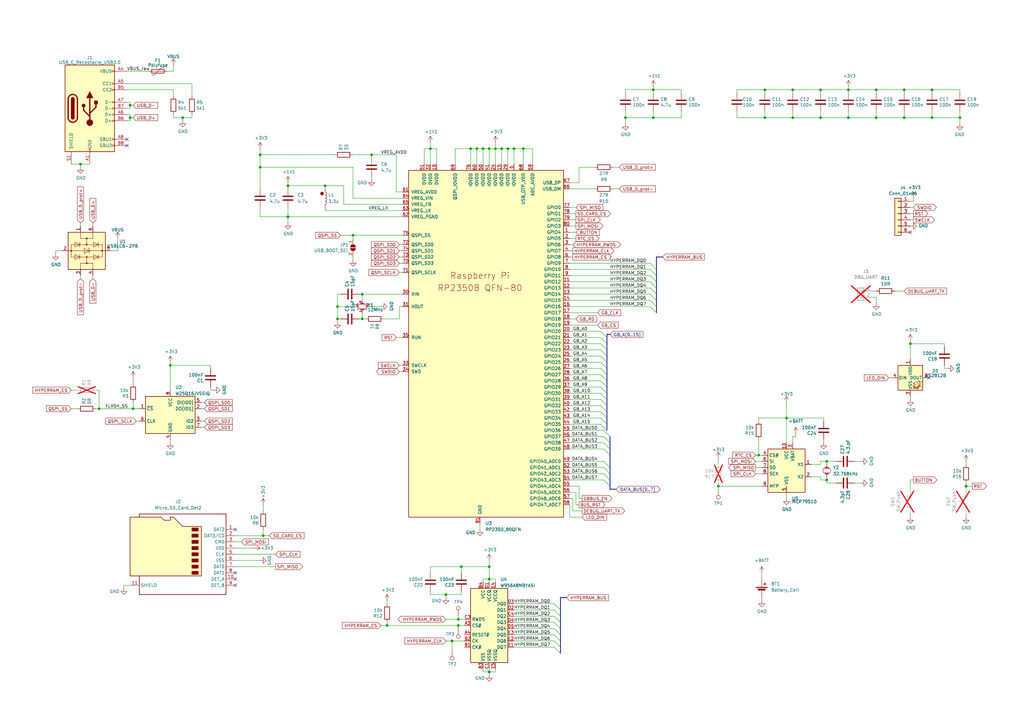
<source format=kicad_sch>
(kicad_sch (version 20250114) (generator "eeschema") (generator_version "9.0")
  (paper "A3")
  (circle (center 132.08 79.375) (radius 0.635) (stroke (width 0) (color 132 0 0 1)) (fill (type color) (color 132 0 0 1)))
  (junction (at 40.64 167.64))
  (junction (at 138.43 130.81))
  (junction (at 148.59 120.65))
  (junction (at 208.28 60.96))
  (junction (at 267.97 48.26))
  (junction (at 152.4 63.5))
  (junction (at 182.88 243.84))
  (junction (at 198.12 60.96))
  (junction (at 133.35 76.2))
  (junction (at 370.84 36.83))
  (junction (at 33.02 67.31))
  (junction (at 69.85 149.86))
  (junction (at 185.42 262.89))
  (junction (at 193.04 60.96))
  (junction (at 118.11 88.9))
  (junction (at 322.58 171.45))
  (junction (at 106.68 63.5))
  (junction (at 311.15 186.69))
  (junction (at 106.68 68.58))
  (junction (at 205.74 60.96))
  (junction (at 214.63 60.96))
  (junction (at 148.59 130.81))
  (junction (at 118.11 76.2))
  (junction (at 347.98 36.83))
  (junction (at 313.69 36.83))
  (junction (at 339.09 189.23))
  (junction (at 313.69 48.26))
  (junction (at 200.66 275.59))
  (junction (at 195.58 60.96))
  (junction (at 339.09 196.85))
  (junction (at 187.96 254))
  (junction (at 203.2 60.96))
  (junction (at 54.61 167.64))
  (junction (at 294.64 199.39))
  (junction (at 382.27 36.83))
  (junction (at 144.78 96.52))
  (junction (at 53.34 43.18))
  (junction (at 267.97 36.83))
  (junction (at 373.38 140.97))
  (junction (at 336.55 36.83))
  (junction (at 325.12 48.26))
  (junction (at 53.34 48.26))
  (junction (at 210.82 60.96))
  (junction (at 138.43 125.73))
  (junction (at 396.24 199.39))
  (junction (at 359.41 48.26))
  (junction (at 74.93 48.26))
  (junction (at 107.95 219.71))
  (junction (at 370.84 48.26))
  (junction (at 325.12 36.83))
  (junction (at 359.41 36.83))
  (junction (at 393.7 48.26))
  (junction (at 200.66 60.96))
  (junction (at 189.23 232.41))
  (junction (at 256.54 48.26))
  (junction (at 158.75 256.54))
  (junction (at 187.96 256.54))
  (junction (at 382.27 48.26))
  (junction (at 200.66 232.41))
  (junction (at 347.98 48.26))
  (junction (at 336.55 48.26))
  (junction (at 200.66 237.49))
  (junction (at 176.53 60.96))
  (no_connect (at 52.07 57.15))
  (no_connect (at 373.38 95.25))
  (no_connect (at 96.52 240.03))
  (no_connect (at 381 154.94))
  (no_connect (at 96.52 217.17))
  (no_connect (at 96.52 237.49))
  (no_connect (at 96.52 234.95))
  (no_connect (at 52.07 59.69))
  (bus_entry (at 246.38 146.05) (size 2.54 2.54))
  (bus_entry (at 247.65 184.15) (size 2.54 2.54))
  (bus_entry (at 266.7 120.65) (size 2.54 2.54))
  (bus_entry (at 227.33 250.19) (size 2.54 2.54))
  (bus_entry (at 227.33 255.27) (size 2.54 2.54))
  (bus_entry (at 247.65 194.31) (size 2.54 2.54))
  (bus_entry (at 246.38 158.75) (size 2.54 2.54))
  (bus_entry (at 246.38 140.97) (size 2.54 2.54))
  (bus_entry (at 247.65 179.07) (size 2.54 2.54))
  (bus_entry (at 266.7 115.57) (size 2.54 2.54))
  (bus_entry (at 246.38 173.99) (size 2.54 2.54))
  (bus_entry (at 227.33 252.73) (size 2.54 2.54))
  (bus_entry (at 266.7 125.73) (size 2.54 2.54))
  (bus_entry (at 266.7 107.95) (size 2.54 2.54))
  (bus_entry (at 246.38 135.89) (size 2.54 2.54))
  (bus_entry (at 227.33 257.81) (size 2.54 2.54))
  (bus_entry (at 246.38 156.21) (size 2.54 2.54))
  (bus_entry (at 246.38 171.45) (size 2.54 2.54))
  (bus_entry (at 246.38 153.67) (size 2.54 2.54))
  (bus_entry (at 246.38 163.83) (size 2.54 2.54))
  (bus_entry (at 266.7 110.49) (size 2.54 2.54))
  (bus_entry (at 246.38 148.59) (size 2.54 2.54))
  (bus_entry (at 246.38 168.91) (size 2.54 2.54))
  (bus_entry (at 247.65 189.23) (size 2.54 2.54))
  (bus_entry (at 266.7 118.11) (size 2.54 2.54))
  (bus_entry (at 247.65 191.77) (size 2.54 2.54))
  (bus_entry (at 246.38 161.29) (size 2.54 2.54))
  (bus_entry (at 227.33 265.43) (size 2.54 2.54))
  (bus_entry (at 246.38 143.51) (size 2.54 2.54))
  (bus_entry (at 246.38 138.43) (size 2.54 2.54))
  (bus_entry (at 266.7 113.03) (size 2.54 2.54))
  (bus_entry (at 227.33 262.89) (size 2.54 2.54))
  (bus_entry (at 246.38 151.13) (size 2.54 2.54))
  (bus_entry (at 247.65 176.53) (size 2.54 2.54))
  (bus_entry (at 227.33 247.65) (size 2.54 2.54))
  (bus_entry (at 247.65 181.61) (size 2.54 2.54))
  (bus_entry (at 246.38 166.37) (size 2.54 2.54))
  (bus_entry (at 247.65 196.85) (size 2.54 2.54))
  (bus_entry (at 266.7 123.19) (size 2.54 2.54))
  (bus_entry (at 227.33 260.35) (size 2.54 2.54))
  (wire (pts (xy 163.83 107.95) (xy 165.1 107.95)))
  (wire (pts (xy 69.85 149.86) (xy 69.85 160.02)))
  (wire (pts (xy 203.2 60.96) (xy 203.2 67.31)))
  (wire (pts (xy 312.42 234.95) (xy 312.42 237.49)))
  (wire (pts (xy 373.38 140.97) (xy 373.38 147.32)))
  (bus (pts (xy 269.24 128.27) (xy 269.24 125.73)))
  (wire (pts (xy 165.1 125.73) (xy 163.83 125.73)))
  (wire (pts (xy 233.68 143.51) (xy 246.38 143.51)))
  (wire (pts (xy 200.66 237.49) (xy 203.2 237.49)))
  (wire (pts (xy 233.68 115.57) (xy 266.7 115.57)))
  (wire (pts (xy 203.2 274.32) (xy 203.2 275.59)))
  (wire (pts (xy 233.68 120.65) (xy 266.7 120.65)))
  (wire (pts (xy 233.68 107.95) (xy 266.7 107.95)))
  (wire (pts (xy 387.35 149.86) (xy 387.35 151.13)))
  (wire (pts (xy 312.42 245.11) (xy 312.42 246.38)))
  (wire (pts (xy 148.59 120.65) (xy 165.1 120.65)))
  (wire (pts (xy 233.68 105.41) (xy 234.95 105.41)))
  (wire (pts (xy 52.07 46.99) (xy 53.34 46.99)))
  (wire (pts (xy 326.39 179.07) (xy 326.39 177.8)))
  (wire (pts (xy 33.02 67.31) (xy 36.83 67.31)))
  (wire (pts (xy 52.07 29.21) (xy 60.96 29.21)))
  (wire (pts (xy 313.69 38.1) (xy 313.69 36.83)))
  (wire (pts (xy 78.74 34.29) (xy 78.74 39.37)))
  (wire (pts (xy 45.72 102.87) (xy 48.26 102.87)))
  (wire (pts (xy 158.75 246.38) (xy 158.75 247.65)))
  (wire (pts (xy 294.64 199.39) (xy 294.64 200.66)))
  (wire (pts (xy 279.4 48.26) (xy 279.4 45.72)))
  (wire (pts (xy 309.88 191.77) (xy 312.42 191.77)))
  (wire (pts (xy 68.58 29.21) (xy 71.12 29.21)))
  (wire (pts (xy 396.24 199.39) (xy 396.24 200.66)))
  (wire (pts (xy 118.11 74.93) (xy 118.11 76.2)))
  (wire (pts (xy 86.36 149.86) (xy 86.36 151.13)))
  (wire (pts (xy 237.49 204.47) (xy 238.76 204.47)))
  (wire (pts (xy 203.2 58.42) (xy 203.2 60.96)))
  (wire (pts (xy 373.38 140.97) (xy 387.35 140.97)))
  (wire (pts (xy 200.66 60.96) (xy 200.66 67.31)))
  (wire (pts (xy 208.28 60.96) (xy 208.28 67.31)))
  (wire (pts (xy 82.55 172.72) (xy 83.82 172.72)))
  (bus (pts (xy 250.19 191.77) (xy 250.19 194.31)))
  (wire (pts (xy 233.68 133.35) (xy 245.11 133.35)))
  (wire (pts (xy 256.54 36.83) (xy 267.97 36.83)))
  (wire (pts (xy 336.55 36.83) (xy 347.98 36.83)))
  (wire (pts (xy 148.59 128.27) (xy 148.59 130.81)))
  (wire (pts (xy 106.68 63.5) (xy 106.68 68.58)))
  (wire (pts (xy 69.85 148.59) (xy 69.85 149.86)))
  (bus (pts (xy 269.24 110.49) (xy 269.24 105.41)))
  (wire (pts (xy 382.27 45.72) (xy 382.27 48.26)))
  (wire (pts (xy 173.99 67.31) (xy 173.99 60.96)))
  (wire (pts (xy 396.24 189.23) (xy 396.24 190.5)))
  (wire (pts (xy 82.55 167.64) (xy 83.82 167.64)))
  (bus (pts (xy 248.92 171.45) (xy 248.92 173.99)))
  (wire (pts (xy 53.34 43.18) (xy 54.61 43.18)))
  (wire (pts (xy 82.55 165.1) (xy 83.82 165.1)))
  (wire (pts (xy 336.55 189.23) (xy 336.55 190.5)))
  (bus (pts (xy 248.92 153.67) (xy 248.92 156.21)))
  (bus (pts (xy 229.87 245.11) (xy 232.41 245.11)))
  (wire (pts (xy 336.55 38.1) (xy 336.55 36.83)))
  (wire (pts (xy 205.74 60.96) (xy 208.28 60.96)))
  (wire (pts (xy 393.7 48.26) (xy 382.27 48.26)))
  (wire (pts (xy 359.41 48.26) (xy 347.98 48.26)))
  (bus (pts (xy 248.92 161.29) (xy 248.92 163.83)))
  (wire (pts (xy 38.1 113.03) (xy 38.1 114.3)))
  (wire (pts (xy 309.88 194.31) (xy 312.42 194.31)))
  (wire (pts (xy 151.13 125.73) (xy 156.21 125.73)))
  (wire (pts (xy 342.9 198.12) (xy 339.09 198.12)))
  (wire (pts (xy 118.11 88.9) (xy 118.11 91.44)))
  (wire (pts (xy 393.7 45.72) (xy 393.7 48.26)))
  (wire (pts (xy 325.12 38.1) (xy 325.12 36.83)))
  (wire (pts (xy 138.43 120.65) (xy 139.7 120.65)))
  (wire (pts (xy 311.15 180.34) (xy 311.15 186.69)))
  (wire (pts (xy 311.15 186.69) (xy 312.42 186.69)))
  (bus (pts (xy 229.87 262.89) (xy 229.87 260.35)))
  (wire (pts (xy 325.12 48.26) (xy 313.69 48.26)))
  (wire (pts (xy 347.98 35.56) (xy 347.98 36.83)))
  (wire (pts (xy 347.98 38.1) (xy 347.98 36.83)))
  (wire (pts (xy 373.38 196.85) (xy 373.38 200.66)))
  (wire (pts (xy 71.12 36.83) (xy 71.12 39.37)))
  (wire (pts (xy 53.34 41.91) (xy 53.34 43.18)))
  (bus (pts (xy 229.87 250.19) (xy 229.87 245.11)))
  (wire (pts (xy 233.68 100.33) (xy 234.95 100.33)))
  (wire (pts (xy 236.22 207.01) (xy 237.49 207.01)))
  (wire (pts (xy 322.58 171.45) (xy 322.58 181.61)))
  (wire (pts (xy 234.95 204.47) (xy 233.68 204.47)))
  (wire (pts (xy 233.68 166.37) (xy 246.38 166.37)))
  (wire (pts (xy 69.85 149.86) (xy 86.36 149.86)))
  (wire (pts (xy 140.97 83.82) (xy 140.97 76.2)))
  (wire (pts (xy 387.35 140.97) (xy 387.35 142.24)))
  (wire (pts (xy 39.37 167.64) (xy 40.64 167.64)))
  (wire (pts (xy 54.61 165.1) (xy 54.61 167.64)))
  (wire (pts (xy 373.38 139.7) (xy 373.38 140.97)))
  (wire (pts (xy 148.59 120.65) (xy 148.59 123.19)))
  (wire (pts (xy 359.41 36.83) (xy 370.84 36.83)))
  (wire (pts (xy 267.97 48.26) (xy 279.4 48.26)))
  (wire (pts (xy 107.95 217.17) (xy 107.95 219.71)))
  (wire (pts (xy 233.68 212.09) (xy 238.76 212.09)))
  (wire (pts (xy 233.68 138.43) (xy 246.38 138.43)))
  (wire (pts (xy 53.34 46.99) (xy 53.34 48.26)))
  (wire (pts (xy 373.38 210.82) (xy 373.38 212.09)))
  (wire (pts (xy 256.54 48.26) (xy 256.54 50.8)))
  (wire (pts (xy 198.12 237.49) (xy 200.66 237.49)))
  (wire (pts (xy 233.68 163.83) (xy 246.38 163.83)))
  (wire (pts (xy 233.68 173.99) (xy 246.38 173.99)))
  (wire (pts (xy 96.52 227.33) (xy 113.03 227.33)))
  (wire (pts (xy 237.49 199.39) (xy 237.49 204.47)))
  (wire (pts (xy 398.78 199.39) (xy 396.24 199.39)))
  (wire (pts (xy 210.82 260.35) (xy 227.33 260.35)))
  (wire (pts (xy 144.78 68.58) (xy 144.78 81.28)))
  (wire (pts (xy 200.66 232.41) (xy 200.66 237.49)))
  (wire (pts (xy 187.96 256.54) (xy 190.5 256.54)))
  (wire (pts (xy 158.75 256.54) (xy 187.96 256.54)))
  (wire (pts (xy 234.95 209.55) (xy 238.76 209.55)))
  (wire (pts (xy 106.68 60.96) (xy 106.68 63.5)))
  (wire (pts (xy 176.53 242.57) (xy 176.53 243.84)))
  (wire (pts (xy 359.41 38.1) (xy 359.41 36.83)))
  (wire (pts (xy 162.56 138.43) (xy 165.1 138.43)))
  (wire (pts (xy 144.78 96.52) (xy 165.1 96.52)))
  (wire (pts (xy 359.41 124.46) (xy 359.41 121.92)))
  (wire (pts (xy 210.82 255.27) (xy 227.33 255.27)))
  (wire (pts (xy 71.12 46.99) (xy 71.12 48.26)))
  (wire (pts (xy 233.68 171.45) (xy 246.38 171.45)))
  (wire (pts (xy 29.21 167.64) (xy 31.75 167.64)))
  (wire (pts (xy 294.64 198.12) (xy 294.64 199.39)))
  (wire (pts (xy 53.34 48.26) (xy 54.61 48.26)))
  (wire (pts (xy 82.55 175.26) (xy 83.82 175.26)))
  (wire (pts (xy 393.7 38.1) (xy 393.7 36.83)))
  (bus (pts (xy 250.19 194.31) (xy 250.19 196.85)))
  (bus (pts (xy 250.19 179.07) (xy 250.19 181.61)))
  (bus (pts (xy 250.19 184.15) (xy 250.19 186.69)))
  (wire (pts (xy 370.84 48.26) (xy 359.41 48.26)))
  (wire (pts (xy 138.43 130.81) (xy 138.43 125.73)))
  (wire (pts (xy 48.26 102.87) (xy 48.26 97.79)))
  (wire (pts (xy 396.24 210.82) (xy 396.24 212.09)))
  (wire (pts (xy 256.54 38.1) (xy 256.54 36.83)))
  (wire (pts (xy 165.1 78.74) (xy 162.56 78.74)))
  (wire (pts (xy 198.12 60.96) (xy 198.12 67.31)))
  (wire (pts (xy 163.83 105.41) (xy 165.1 105.41)))
  (bus (pts (xy 269.24 125.73) (xy 269.24 123.19)))
  (wire (pts (xy 195.58 60.96) (xy 195.58 67.31)))
  (wire (pts (xy 140.97 76.2) (xy 133.35 76.2)))
  (wire (pts (xy 96.52 219.71) (xy 107.95 219.71)))
  (wire (pts (xy 233.68 102.87) (xy 234.95 102.87)))
  (wire (pts (xy 396.24 198.12) (xy 396.24 199.39)))
  (wire (pts (xy 210.82 265.43) (xy 227.33 265.43)))
  (wire (pts (xy 71.12 29.21) (xy 71.12 26.67)))
  (wire (pts (xy 313.69 36.83) (xy 325.12 36.83)))
  (bus (pts (xy 250.19 186.69) (xy 250.19 191.77)))
  (wire (pts (xy 200.66 237.49) (xy 200.66 238.76)))
  (wire (pts (xy 185.42 262.89) (xy 190.5 262.89)))
  (bus (pts (xy 248.92 146.05) (xy 248.92 148.59)))
  (wire (pts (xy 358.14 119.38) (xy 359.41 119.38)))
  (wire (pts (xy 325.12 36.83) (xy 336.55 36.83)))
  (wire (pts (xy 313.69 45.72) (xy 313.69 48.26)))
  (wire (pts (xy 163.83 149.86) (xy 165.1 149.86)))
  (wire (pts (xy 214.63 60.96) (xy 218.44 60.96)))
  (bus (pts (xy 248.92 148.59) (xy 248.92 151.13)))
  (wire (pts (xy 382.27 36.83) (xy 393.7 36.83)))
  (wire (pts (xy 243.84 68.58) (xy 237.49 68.58)))
  (wire (pts (xy 189.23 234.95) (xy 189.23 232.41)))
  (wire (pts (xy 347.98 45.72) (xy 347.98 48.26)))
  (wire (pts (xy 337.82 172.72) (xy 337.82 171.45)))
  (wire (pts (xy 233.68 110.49) (xy 266.7 110.49)))
  (wire (pts (xy 203.2 275.59) (xy 200.66 275.59)))
  (wire (pts (xy 322.58 165.1) (xy 322.58 171.45)))
  (wire (pts (xy 339.09 189.23) (xy 342.9 189.23)))
  (wire (pts (xy 106.68 68.58) (xy 106.68 77.47)))
  (wire (pts (xy 157.48 130.81) (xy 163.83 130.81)))
  (wire (pts (xy 22.86 104.14) (xy 22.86 102.87)))
  (wire (pts (xy 370.84 36.83) (xy 382.27 36.83)))
  (wire (pts (xy 234.95 209.55) (xy 234.95 204.47)))
  (wire (pts (xy 233.68 128.27) (xy 245.11 128.27)))
  (wire (pts (xy 198.12 274.32) (xy 198.12 275.59)))
  (bus (pts (xy 248.92 163.83) (xy 248.92 166.37)))
  (wire (pts (xy 336.55 196.85) (xy 339.09 196.85)))
  (wire (pts (xy 182.88 243.84) (xy 182.88 245.11)))
  (wire (pts (xy 210.82 247.65) (xy 227.33 247.65)))
  (wire (pts (xy 233.68 212.09) (xy 233.68 207.01)))
  (wire (pts (xy 311.15 171.45) (xy 322.58 171.45)))
  (wire (pts (xy 40.64 160.02) (xy 40.64 167.64)))
  (wire (pts (xy 393.7 48.26) (xy 393.7 50.8)))
  (wire (pts (xy 233.68 156.21) (xy 246.38 156.21)))
  (wire (pts (xy 210.82 60.96) (xy 214.63 60.96)))
  (bus (pts (xy 248.92 151.13) (xy 248.92 153.67)))
  (bus (pts (xy 269.24 120.65) (xy 269.24 118.11)))
  (wire (pts (xy 200.66 274.32) (xy 200.66 275.59)))
  (wire (pts (xy 311.15 172.72) (xy 311.15 171.45)))
  (wire (pts (xy 233.68 201.93) (xy 236.22 201.93)))
  (bus (pts (xy 248.92 158.75) (xy 248.92 161.29)))
  (bus (pts (xy 248.92 168.91) (xy 248.92 171.45)))
  (wire (pts (xy 339.09 190.5) (xy 339.09 189.23)))
  (wire (pts (xy 69.85 180.34) (xy 69.85 181.61)))
  (wire (pts (xy 200.66 229.87) (xy 200.66 232.41)))
  (wire (pts (xy 218.44 60.96) (xy 218.44 67.31)))
  (wire (pts (xy 205.74 60.96) (xy 205.74 67.31)))
  (wire (pts (xy 152.4 63.5) (xy 152.4 64.77)))
  (wire (pts (xy 313.69 48.26) (xy 302.26 48.26)))
  (wire (pts (xy 233.68 123.19) (xy 266.7 123.19)))
  (wire (pts (xy 182.88 262.89) (xy 185.42 262.89)))
  (wire (pts (xy 233.68 199.39) (xy 237.49 199.39)))
  (wire (pts (xy 267.97 35.56) (xy 267.97 36.83)))
  (wire (pts (xy 364.49 154.94) (xy 365.76 154.94)))
  (wire (pts (xy 210.82 252.73) (xy 227.33 252.73)))
  (wire (pts (xy 347.98 36.83) (xy 359.41 36.83)))
  (wire (pts (xy 144.78 63.5) (xy 152.4 63.5)))
  (wire (pts (xy 152.4 73.66) (xy 152.4 72.39)))
  (wire (pts (xy 147.32 130.81) (xy 148.59 130.81)))
  (bus (pts (xy 250.19 199.39) (xy 250.19 200.66)))
  (wire (pts (xy 373.38 82.55) (xy 374.65 82.55)))
  (wire (pts (xy 200.66 275.59) (xy 200.66 276.86)))
  (wire (pts (xy 309.88 186.69) (xy 311.15 186.69)))
  (wire (pts (xy 138.43 130.81) (xy 139.7 130.81)))
  (wire (pts (xy 52.07 44.45) (xy 53.34 44.45)))
  (bus (pts (xy 229.87 265.43) (xy 229.87 262.89)))
  (wire (pts (xy 78.74 48.26) (xy 78.74 46.99)))
  (wire (pts (xy 133.35 86.36) (xy 165.1 86.36)))
  (wire (pts (xy 367.03 119.38) (xy 370.84 119.38)))
  (wire (pts (xy 173.99 60.96) (xy 176.53 60.96)))
  (wire (pts (xy 185.42 262.89) (xy 185.42 266.7)))
  (wire (pts (xy 339.09 195.58) (xy 339.09 196.85)))
  (wire (pts (xy 336.55 48.26) (xy 325.12 48.26)))
  (wire (pts (xy 233.68 95.25) (xy 236.22 95.25)))
  (wire (pts (xy 339.09 198.12) (xy 339.09 196.85)))
  (wire (pts (xy 163.83 125.73) (xy 163.83 130.81)))
  (wire (pts (xy 52.07 36.83) (xy 71.12 36.83)))
  (wire (pts (xy 198.12 275.59) (xy 200.66 275.59)))
  (wire (pts (xy 187.96 254) (xy 190.5 254)))
  (wire (pts (xy 118.11 76.2) (xy 133.35 76.2)))
  (wire (pts (xy 233.68 74.93) (xy 237.49 74.93)))
  (wire (pts (xy 373.38 87.63) (xy 374.65 87.63)))
  (wire (pts (xy 189.23 232.41) (xy 200.66 232.41)))
  (wire (pts (xy 233.68 194.31) (xy 247.65 194.31)))
  (bus (pts (xy 250.19 181.61) (xy 250.19 184.15)))
  (wire (pts (xy 176.53 232.41) (xy 189.23 232.41)))
  (wire (pts (xy 309.88 189.23) (xy 312.42 189.23)))
  (wire (pts (xy 144.78 81.28) (xy 165.1 81.28)))
  (wire (pts (xy 189.23 243.84) (xy 182.88 243.84)))
  (wire (pts (xy 176.53 243.84) (xy 182.88 243.84)))
  (wire (pts (xy 358.14 121.92) (xy 359.41 121.92)))
  (bus (pts (xy 248.92 137.16) (xy 248.92 138.43)))
  (wire (pts (xy 370.84 45.72) (xy 370.84 48.26)))
  (wire (pts (xy 162.56 63.5) (xy 152.4 63.5)))
  (wire (pts (xy 38.1 91.44) (xy 38.1 92.71)))
  (wire (pts (xy 302.26 36.83) (xy 313.69 36.83)))
  (wire (pts (xy 74.93 48.26) (xy 74.93 49.53)))
  (wire (pts (xy 322.58 171.45) (xy 337.82 171.45)))
  (wire (pts (xy 254 77.47) (xy 251.46 77.47)))
  (wire (pts (xy 163.83 100.33) (xy 165.1 100.33)))
  (wire (pts (xy 233.68 130.81) (xy 236.22 130.81)))
  (wire (pts (xy 312.42 199.39) (xy 294.64 199.39)))
  (wire (pts (xy 200.66 60.96) (xy 203.2 60.96)))
  (wire (pts (xy 144.78 105.41) (xy 144.78 106.68)))
  (wire (pts (xy 118.11 88.9) (xy 165.1 88.9)))
  (wire (pts (xy 53.34 43.18) (xy 53.34 44.45)))
  (wire (pts (xy 233.68 176.53) (xy 247.65 176.53)))
  (wire (pts (xy 163.83 102.87) (xy 165.1 102.87)))
  (wire (pts (xy 237.49 74.93) (xy 237.49 68.58)))
  (bus (pts (xy 269.24 113.03) (xy 269.24 110.49)))
  (wire (pts (xy 267.97 45.72) (xy 267.97 48.26)))
  (wire (pts (xy 139.7 96.52) (xy 144.78 96.52)))
  (bus (pts (xy 269.24 105.41) (xy 271.78 105.41)))
  (wire (pts (xy 233.68 153.67) (xy 246.38 153.67)))
  (wire (pts (xy 233.68 181.61) (xy 247.65 181.61)))
  (bus (pts (xy 252.73 200.66) (xy 250.19 200.66)))
  (wire (pts (xy 267.97 38.1) (xy 267.97 36.83)))
  (bus (pts (xy 229.87 257.81) (xy 229.87 255.27)))
  (wire (pts (xy 52.07 41.91) (xy 53.34 41.91)))
  (wire (pts (xy 233.68 184.15) (xy 247.65 184.15)))
  (wire (pts (xy 233.68 92.71) (xy 236.22 92.71)))
  (wire (pts (xy 176.53 58.42) (xy 176.53 60.96)))
  (wire (pts (xy 198.12 60.96) (xy 200.66 60.96)))
  (wire (pts (xy 187.96 256.54) (xy 187.96 257.81)))
  (wire (pts (xy 210.82 257.81) (xy 227.33 257.81)))
  (wire (pts (xy 52.07 34.29) (xy 78.74 34.29)))
  (wire (pts (xy 382.27 38.1) (xy 382.27 36.83)))
  (wire (pts (xy 86.36 158.75) (xy 86.36 160.02)))
  (bus (pts (xy 229.87 255.27) (xy 229.87 252.73)))
  (wire (pts (xy 233.68 140.97) (xy 246.38 140.97)))
  (wire (pts (xy 336.55 195.58) (xy 336.55 196.85)))
  (wire (pts (xy 195.58 60.96) (xy 198.12 60.96)))
  (wire (pts (xy 193.04 60.96) (xy 193.04 67.31)))
  (wire (pts (xy 256.54 45.72) (xy 256.54 48.26)))
  (wire (pts (xy 322.58 201.93) (xy 322.58 204.47)))
  (wire (pts (xy 208.28 60.96) (xy 210.82 60.96)))
  (wire (pts (xy 214.63 60.96) (xy 214.63 67.31)))
  (wire (pts (xy 176.53 60.96) (xy 176.53 67.31)))
  (wire (pts (xy 163.83 111.76) (xy 165.1 111.76)))
  (wire (pts (xy 186.69 60.96) (xy 193.04 60.96)))
  (wire (pts (xy 233.68 85.09) (xy 236.22 85.09)))
  (wire (pts (xy 373.38 85.09) (xy 374.65 85.09)))
  (wire (pts (xy 133.35 76.2) (xy 133.35 77.47)))
  (wire (pts (xy 233.68 87.63) (xy 236.22 87.63)))
  (wire (pts (xy 53.34 48.26) (xy 53.34 49.53)))
  (wire (pts (xy 233.68 146.05) (xy 246.38 146.05)))
  (wire (pts (xy 50.8 241.3) (xy 50.8 240.03)))
  (bus (pts (xy 229.87 267.97) (xy 229.87 265.43)))
  (wire (pts (xy 325.12 181.61) (xy 325.12 179.07)))
  (bus (pts (xy 250.19 196.85) (xy 250.19 199.39)))
  (wire (pts (xy 158.75 255.27) (xy 158.75 256.54)))
  (wire (pts (xy 54.61 154.94) (xy 54.61 157.48)))
  (wire (pts (xy 33.02 113.03) (xy 33.02 114.3)))
  (wire (pts (xy 196.85 214.63) (xy 196.85 217.17)))
  (wire (pts (xy 373.38 90.17) (xy 374.65 90.17)))
  (wire (pts (xy 387.35 151.13) (xy 388.62 151.13)))
  (wire (pts (xy 186.69 67.31) (xy 186.69 60.96)))
  (wire (pts (xy 203.2 237.49) (xy 203.2 238.76)))
  (wire (pts (xy 107.95 207.01) (xy 107.95 209.55)))
  (wire (pts (xy 198.12 238.76) (xy 198.12 237.49)))
  (wire (pts (xy 359.41 45.72) (xy 359.41 48.26)))
  (wire (pts (xy 96.52 224.79) (xy 104.14 224.79)))
  (wire (pts (xy 325.12 45.72) (xy 325.12 48.26)))
  (wire (pts (xy 302.26 38.1) (xy 302.26 36.83)))
  (wire (pts (xy 29.21 160.02) (xy 31.75 160.02)))
  (wire (pts (xy 71.12 48.26) (xy 74.93 48.26)))
  (wire (pts (xy 233.68 191.77) (xy 247.65 191.77)))
  (wire (pts (xy 107.95 219.71) (xy 110.49 219.71)))
  (wire (pts (xy 233.68 125.73) (xy 266.7 125.73)))
  (wire (pts (xy 350.52 198.12) (xy 353.06 198.12)))
  (bus (pts (xy 248.92 166.37) (xy 248.92 168.91)))
  (bus (pts (xy 248.92 143.51) (xy 248.92 146.05)))
  (wire (pts (xy 96.52 222.25) (xy 99.06 222.25)))
  (wire (pts (xy 176.53 60.96) (xy 179.07 60.96)))
  (wire (pts (xy 163.83 152.4) (xy 165.1 152.4)))
  (wire (pts (xy 373.38 162.56) (xy 373.38 163.83)))
  (wire (pts (xy 210.82 250.19) (xy 227.33 250.19)))
  (wire (pts (xy 74.93 48.26) (xy 78.74 48.26)))
  (bus (pts (xy 248.92 173.99) (xy 248.92 176.53)))
  (wire (pts (xy 233.68 77.47) (xy 243.84 77.47)))
  (wire (pts (xy 233.68 97.79) (xy 236.22 97.79)))
  (wire (pts (xy 233.68 158.75) (xy 246.38 158.75)))
  (wire (pts (xy 138.43 125.73) (xy 146.05 125.73)))
  (wire (pts (xy 33.02 91.44) (xy 33.02 92.71)))
  (wire (pts (xy 156.21 256.54) (xy 158.75 256.54)))
  (wire (pts (xy 138.43 132.08) (xy 138.43 130.81)))
  (wire (pts (xy 267.97 36.83) (xy 279.4 36.83)))
  (wire (pts (xy 233.68 168.91) (xy 246.38 168.91)))
  (wire (pts (xy 374.65 82.55) (xy 374.65 81.28)))
  (wire (pts (xy 106.68 88.9) (xy 118.11 88.9)))
  (wire (pts (xy 236.22 201.93) (xy 236.22 207.01)))
  (wire (pts (xy 106.68 68.58) (xy 144.78 68.58)))
  (wire (pts (xy 203.2 60.96) (xy 205.74 60.96)))
  (wire (pts (xy 96.52 232.41) (xy 113.03 232.41)))
  (wire (pts (xy 256.54 48.26) (xy 267.97 48.26)))
  (wire (pts (xy 302.26 45.72) (xy 302.26 48.26)))
  (wire (pts (xy 370.84 38.1) (xy 370.84 36.83)))
  (wire (pts (xy 118.11 77.47) (xy 118.11 76.2)))
  (wire (pts (xy 294.64 187.96) (xy 294.64 190.5)))
  (wire (pts (xy 148.59 130.81) (xy 149.86 130.81)))
  (wire (pts (xy 54.61 167.64) (xy 57.15 167.64)))
  (bus (pts (xy 269.24 115.57) (xy 269.24 113.03)))
  (wire (pts (xy 233.68 189.23) (xy 247.65 189.23)))
  (wire (pts (xy 133.35 86.36) (xy 133.35 85.09)))
  (bus (pts (xy 229.87 252.73) (xy 229.87 250.19)))
  (bus (pts (xy 248.92 137.16) (xy 250.19 137.16)))
  (wire (pts (xy 251.46 68.58) (xy 254 68.58)))
  (wire (pts (xy 233.68 151.13) (xy 246.38 151.13)))
  (wire (pts (xy 147.32 120.65) (xy 148.59 120.65)))
  (wire (pts (xy 337.82 180.34) (xy 337.82 181.61)))
  (wire (pts (xy 233.68 113.03) (xy 266.7 113.03)))
  (bus (pts (xy 248.92 138.43) (xy 248.92 140.97)))
  (wire (pts (xy 233.68 90.17) (xy 236.22 90.17)))
  (wire (pts (xy 162.56 78.74) (xy 162.56 63.5)))
  (wire (pts (xy 33.02 67.31) (xy 33.02 68.58)))
  (wire (pts (xy 336.55 45.72) (xy 336.55 48.26)))
  (wire (pts (xy 179.07 60.96) (xy 179.07 67.31)))
  (wire (pts (xy 29.21 67.31) (xy 33.02 67.31)))
  (wire (pts (xy 374.65 196.85) (xy 373.38 196.85)))
  (wire (pts (xy 140.97 83.82) (xy 165.1 83.82)))
  (wire (pts (xy 187.96 252.73) (xy 187.96 254)))
  (wire (pts (xy 233.68 148.59) (xy 246.38 148.59)))
  (wire (pts (xy 50.8 240.03) (xy 53.34 240.03)))
  (wire (pts (xy 382.27 48.26) (xy 370.84 48.26)))
  (wire (pts (xy 96.52 229.87) (xy 106.68 229.87)))
  (wire (pts (xy 182.88 254) (xy 187.96 254)))
  (wire (pts (xy 233.68 135.89) (xy 246.38 135.89)))
  (wire (pts (xy 233.68 118.11) (xy 266.7 118.11)))
  (wire (pts (xy 189.23 242.57) (xy 189.23 243.84)))
  (wire (pts (xy 22.86 102.87) (xy 25.4 102.87)))
  (wire (pts (xy 233.68 179.07) (xy 247.65 179.07)))
  (wire (pts (xy 210.82 60.96) (xy 210.82 67.31)))
  (wire (pts (xy 55.88 172.72) (xy 57.15 172.72)))
  (bus (pts (xy 248.92 140.97) (xy 248.92 143.51)))
  (wire (pts (xy 40.64 167.64) (xy 54.61 167.64)))
  (wire (pts (xy 279.4 38.1) (xy 279.4 36.83)))
  (wire (pts (xy 106.68 85.09) (xy 106.68 88.9)))
  (wire (pts (xy 39.37 160.02) (xy 40.64 160.02)))
  (wire (pts (xy 332.74 195.58) (xy 336.55 195.58)))
  (bus (pts (xy 269.24 118.11) (xy 269.24 115.57)))
  (wire (pts (xy 138.43 125.73) (xy 138.43 120.65)))
  (wire (pts (xy 336.55 190.5) (xy 332.74 190.5)))
  (wire (pts (xy 233.68 161.29) (xy 246.38 161.29)))
  (wire (pts (xy 233.68 196.85) (xy 247.65 196.85)))
  (bus (pts (xy 269.24 123.19) (xy 269.24 120.65)))
  (wire (pts (xy 106.68 63.5) (xy 137.16 63.5)))
  (wire (pts (xy 325.12 179.07) (xy 326.39 179.07)))
  (wire (pts (xy 339.09 189.23) (xy 336.55 189.23)))
  (wire (pts (xy 118.11 85.09) (xy 118.11 88.9)))
  (bus (pts (xy 248.92 156.21) (xy 248.92 158.75)))
  (wire (pts (xy 350.52 189.23) (xy 353.06 189.23)))
  (wire (pts (xy 193.04 60.96) (xy 195.58 60.96)))
  (bus (pts (xy 229.87 260.35) (xy 229.87 257.81)))
  (wire (pts (xy 144.78 96.52) (xy 144.78 97.79)))
  (wire (pts (xy 86.36 160.02) (xy 87.63 160.02)))
  (wire (pts (xy 347.98 48.26) (xy 336.55 48.26)))
  (wire (pts (xy 52.07 49.53) (xy 53.34 49.53)))
  (wire (pts (xy 176.53 234.95) (xy 176.53 232.41)))
  (wire (pts (xy 210.82 262.89) (xy 227.33 262.89)))
  (label "DATA_BUS7" (at 245.11 196.85 180))
  (label "VREG_AVDD" (at 156.21 63.5 0))
  (label "HYPERRAM_DQ1" (at 250.19 110.49 0))
  (label "HYPERRAM_DQ2" (at 250.19 113.03 0))
  (label "FLASH_SS" (at 43.18 167.64 0))
  (label "DATA_BUS2" (at 245.11 181.61 180))
  (label "DATA_BUS4" (at 245.11 189.23 180))
  (label "GB_A13" (at 234.95 168.91 0))
  (label "GB_A9" (at 234.95 158.75 0))
  (label "DATA_BUS5" (at 245.11 191.77 180))
  (label "DATA_BUS0" (at 245.11 176.53 180))
  (label "GB_A8" (at 234.95 156.21 0))
  (label "DATA_BUS3" (at 245.11 184.15 180))
  (label "GB_A5" (at 234.95 148.59 0))
  (label "HYPERRAM_DQ7" (at 210.82 265.43 0))
  (label "GB_A12" (at 234.95 166.37 0))
  (label "HYPERRAM_DQ0" (at 250.19 107.95 0))
  (label "VBUS_raw" (at 52.07 29.21 0))
  (label "HYPERRAM_DQ0" (at 210.82 247.65 0))
  (label "DATA_BUS1" (at 245.11 179.07 180))
  (label "HYPERRAM_DQ3" (at 210.82 255.27 0))
  (label "HYPERRAM_DQ7" (at 250.19 125.73 0))
  (label "GB_A14" (at 234.95 171.45 0))
  (label "DATA_BUS6" (at 245.11 194.31 180))
  (label "GB_A0" (at 234.95 135.89 0))
  (label "HYPERRAM_DQ4" (at 250.19 118.11 0))
  (label "GB_A15" (at 234.95 173.99 0))
  (label "GB_A7" (at 234.95 153.67 0))
  (label "GB_A4" (at 234.95 146.05 0))
  (label "GB_A11" (at 234.95 163.83 0))
  (label "HYPERRAM_DQ5" (at 210.82 260.35 0))
  (label "HYPERRAM_DQ2" (at 210.82 252.73 0))
  (label "GB_A6" (at 234.95 151.13 0))
  (label "HYPERRAM_DQ6" (at 210.82 262.89 0))
  (label "HYPERRAM_DQ6" (at 250.19 123.19 0))
  (label "HYPERRAM_DQ3" (at 250.19 115.57 0))
  (label "GB_A1" (at 234.95 138.43 0))
  (label "HYPERRAM_DQ1" (at 210.82 250.19 0))
  (label "HYPERRAM_DQ4" (at 210.82 257.81 0))
  (label "GB_A2" (at 234.95 140.97 0))
  (label "GB_A10" (at 234.95 161.29 0))
  (label "HYPERRAM_DQ5" (at 250.19 120.65 0))
  (label "VREG_LX" (at 151.13 86.36 0))
  (label "GB_A3" (at 234.95 143.51 0))
  (global_label "HYPERRAM_CS" (shape input) (at 156.21 256.54 180) (property "Intersheetrefs" "${INTERSHEET_REFS}" (effects (hide yes))))
  (global_label "USB_D+" (shape input) (at 54.61 48.26 0) (property "Intersheetrefs" "${INTERSHEET_REFS}" (effects (hide yes))))
  (global_label "GB_CLK" (shape input) (at 245.11 128.27 0) (property "Intersheetrefs" "${INTERSHEET_REFS}" (effects (hide yes))))
  (global_label "GBBUS_EN" (shape output) (at 238.76 204.47 0) (property "Intersheetrefs" "${INTERSHEET_REFS}" (effects (hide yes))))
  (global_label "USB_D_prot-" (shape input) (at 254 77.47 0) (property "Intersheetrefs" "${INTERSHEET_REFS}" (effects (hide yes))))
  (global_label "USB_D_prot+" (shape input) (at 254 68.58 0) (property "Intersheetrefs" "${INTERSHEET_REFS}" (effects (hide yes))))
  (global_label "HYPERRAM_BUS" (shape input) (at 232.41 245.11 0) (property "Intersheetrefs" "${INTERSHEET_REFS}" (effects (hide yes))))
  (global_label "HYPERRAM_CLK" (shape output) (at 234.95 102.87 0) (property "Intersheetrefs" "${INTERSHEET_REFS}" (effects (hide yes))))
  (global_label "QSPI_SD0" (shape input) (at 83.82 165.1 0) (property "Intersheetrefs" "${INTERSHEET_REFS}" (effects (hide yes))))
  (global_label "HYPERRAM_CLK" (shape input) (at 182.88 262.89 180) (property "Intersheetrefs" "${INTERSHEET_REFS}" (effects (hide yes))))
  (global_label "LED_DIN" (shape input) (at 238.76 212.09 0) (property "Intersheetrefs" "${INTERSHEET_REFS}" (effects (hide yes))))
  (global_label "QSPI_SD3" (shape input) (at 83.82 175.26 0) (property "Intersheetrefs" "${INTERSHEET_REFS}" (effects (hide yes))))
  (global_label "QSPI_SS" (shape input) (at 29.21 167.64 180) (property "Intersheetrefs" "${INTERSHEET_REFS}" (effects (hide yes))))
  (global_label "USB_D_prot-" (shape input) (at 33.02 114.3 270) (property "Intersheetrefs" "${INTERSHEET_REFS}" (effects (hide yes))))
  (global_label "SWCLK" (shape output) (at 374.65 90.17 0) (property "Intersheetrefs" "${INTERSHEET_REFS}" (effects (hide yes))))
  (global_label "GB_A[0..15]" (shape input) (at 250.19 137.16 0) (property "Intersheetrefs" "${INTERSHEET_REFS}" (effects (hide yes))))
  (global_label "QSPI_SCLK" (shape input) (at 55.88 172.72 180) (property "Intersheetrefs" "${INTERSHEET_REFS}" (effects (hide yes))))
  (global_label "SPI_MISO" (shape input) (at 236.22 85.09 0) (property "Intersheetrefs" "${INTERSHEET_REFS}" (effects (hide yes))))
  (global_label "RTC_CS" (shape input) (at 309.88 186.69 180) (property "Intersheetrefs" "${INTERSHEET_REFS}" (effects (hide yes))))
  (global_label "SPI_CLK" (shape output) (at 236.22 90.17 0) (property "Intersheetrefs" "${INTERSHEET_REFS}" (effects (hide yes))))
  (global_label "SPI_CLK" (shape input) (at 113.03 227.33 0) (property "Intersheetrefs" "${INTERSHEET_REFS}" (effects (hide yes))))
  (global_label "HYPERRAM_CS" (shape output) (at 234.95 105.41 0) (property "Intersheetrefs" "${INTERSHEET_REFS}" (effects (hide yes))))
  (global_label "RST" (shape output) (at 374.65 87.63 0) (property "Intersheetrefs" "${INTERSHEET_REFS}" (effects (hide yes))))
  (global_label "RST" (shape input) (at 162.56 138.43 180) (property "Intersheetrefs" "${INTERSHEET_REFS}" (effects (hide yes))))
  (global_label "SWDIO" (shape bidirectional) (at 163.83 152.4 180) (property "Intersheetrefs" "${INTERSHEET_REFS}" (effects (hide yes))))
  (global_label "USB_D_prot+" (shape input) (at 33.02 91.44 90) (property "Intersheetrefs" "${INTERSHEET_REFS}" (effects (hide yes))))
  (global_label "GB_RD" (shape input) (at 236.22 130.81 0) (property "Intersheetrefs" "${INTERSHEET_REFS}" (effects (hide yes))))
  (global_label "QSPI_SS" (shape input) (at 139.7 96.52 180) (property "Intersheetrefs" "${INTERSHEET_REFS}" (effects (hide yes))))
  (global_label "QSPI_SD1" (shape input) (at 83.82 167.64 0) (property "Intersheetrefs" "${INTERSHEET_REFS}" (effects (hide yes))))
  (global_label "SPI_MISO" (shape output) (at 309.88 191.77 180) (property "Intersheetrefs" "${INTERSHEET_REFS}" (effects (hide yes))))
  (global_label "BUTTON" (shape output) (at 374.65 196.85 0) (property "Intersheetrefs" "${INTERSHEET_REFS}" (effects (hide yes))))
  (global_label "SWDIO" (shape bidirectional) (at 374.65 85.09 0) (property "Intersheetrefs" "${INTERSHEET_REFS}" (effects (hide yes))))
  (global_label "DEBUG_UART_TX" (shape input) (at 370.84 119.38 0) (property "Intersheetrefs" "${INTERSHEET_REFS}" (effects (hide yes))))
  (global_label "HYPERRAM_CS" (shape input) (at 29.21 160.02 180) (property "Intersheetrefs" "${INTERSHEET_REFS}" (effects (hide yes))))
  (global_label "QSPI_SCLK" (shape input) (at 163.83 111.76 180) (property "Intersheetrefs" "${INTERSHEET_REFS}" (effects (hide yes))))
  (global_label "DEBUG_UART_TX" (shape output) (at 238.76 209.55 0) (property "Intersheetrefs" "${INTERSHEET_REFS}" (effects (hide yes))))
  (global_label "USB_D+" (shape input) (at 38.1 91.44 90) (property "Intersheetrefs" "${INTERSHEET_REFS}" (effects (hide yes))))
  (global_label "SPI_MOSI" (shape input) (at 99.06 222.25 0) (property "Intersheetrefs" "${INTERSHEET_REFS}" (effects (hide yes))))
  (global_label "SD_CARD_CS" (shape output) (at 236.22 87.63 0) (property "Intersheetrefs" "${INTERSHEET_REFS}" (effects (hide yes))))
  (global_label "GB_CS" (shape input) (at 245.11 133.35 0) (property "Intersheetrefs" "${INTERSHEET_REFS}" (effects (hide yes))))
  (global_label "QSPI_SD0" (shape input) (at 163.83 100.33 180) (property "Intersheetrefs" "${INTERSHEET_REFS}" (effects (hide yes))))
  (global_label "QSPI_SD2" (shape input) (at 83.82 172.72 0) (property "Intersheetrefs" "${INTERSHEET_REFS}" (effects (hide yes))))
  (global_label "HYPERRAM_BUS" (shape input) (at 271.78 105.41 0) (property "Intersheetrefs" "${INTERSHEET_REFS}" (effects (hide yes))))
  (global_label "QSPI_SD3" (shape input) (at 163.83 107.95 180) (property "Intersheetrefs" "${INTERSHEET_REFS}" (effects (hide yes))))
  (global_label "SD_CARD_CS" (shape input) (at 110.49 219.71 0) (property "Intersheetrefs" "${INTERSHEET_REFS}" (effects (hide yes))))
  (global_label "LED_DIN" (shape input) (at 364.49 154.94 180) (property "Intersheetrefs" "${INTERSHEET_REFS}" (effects (hide yes))))
  (global_label "DATA_BUS[0..7]" (shape bidirectional) (at 252.73 200.66 0) (property "Intersheetrefs" "${INTERSHEET_REFS}" (effects (hide yes))))
  (global_label "SPI_MOSI" (shape output) (at 236.22 92.71 0) (property "Intersheetrefs" "${INTERSHEET_REFS}" (effects (hide yes))))
  (global_label "HYPERRAM_RWDS" (shape bidirectional) (at 234.95 100.33 0) (property "Intersheetrefs" "${INTERSHEET_REFS}" (effects (hide yes))))
  (global_label "SPI_MOSI" (shape input) (at 309.88 189.23 180) (property "Intersheetrefs" "${INTERSHEET_REFS}" (effects (hide yes))))
  (global_label "SWCLK" (shape input) (at 163.83 149.86 180) (property "Intersheetrefs" "${INTERSHEET_REFS}" (effects (hide yes))))
  (global_label "BUTTON" (shape input) (at 236.22 95.25 0) (property "Intersheetrefs" "${INTERSHEET_REFS}" (effects (hide yes))))
  (global_label "QSPI_SD2" (shape input) (at 163.83 105.41 180) (property "Intersheetrefs" "${INTERSHEET_REFS}" (effects (hide yes))))
  (global_label "SPI_MISO" (shape output) (at 113.03 232.41 0) (property "Intersheetrefs" "${INTERSHEET_REFS}" (effects (hide yes))))
  (global_label "QSPI_SD1" (shape input) (at 163.83 102.87 180) (property "Intersheetrefs" "${INTERSHEET_REFS}" (effects (hide yes))))
  (global_label "RTC_CS" (shape output) (at 236.22 97.79 0) (property "Intersheetrefs" "${INTERSHEET_REFS}" (effects (hide yes))))
  (global_label "SPI_CLK" (shape input) (at 309.88 194.31 180) (property "Intersheetrefs" "${INTERSHEET_REFS}" (effects (hide yes))))
  (global_label "RST" (shape output) (at 398.78 199.39 0) (property "Intersheetrefs" "${INTERSHEET_REFS}" (effects (hide yes))))
  (global_label "HYPERRAM_RWDS" (shape bidirectional) (at 182.88 254 180) (property "Intersheetrefs" "${INTERSHEET_REFS}" (effects (hide yes))))
  (global_label "BUS_RST" (shape output) (at 237.49 207.01 0) (property "Intersheetrefs" "${INTERSHEET_REFS}" (effects (hide yes))))
  (global_label "USB_D-" (shape input) (at 54.61 43.18 0) (property "Intersheetrefs" "${INTERSHEET_REFS}" (effects (hide yes))))
  (global_label "USB_D-" (shape input) (at 38.1 114.3 270) (property "Intersheetrefs" "${INTERSHEET_REFS}" (effects (hide yes))))
  (symbol (lib_id "power:GND") (at 200.66 276.86 0) (unit 1)
    (property "Reference" "#PWR048" (effects (hide yes)))
    (property "Value" "GND" (at 196.85 278.13 0))
  )
  (symbol (lib_id "power:GND") (at 373.38 163.83 0) (unit 1)
    (property "Reference" "#PWR029" (effects (hide yes)))
    (property "Value" "GND" (at 373.507 168.2242 0))
  )
  (symbol (lib_id "power:+3V3") (at 203.2 58.42 0) (unit 1)
    (property "Reference" "#PWR022" (effects (hide yes)))
    (property "Value" "+3V3" (at 203.581 54.0258 0))
  )
  (symbol (lib_id "Device:C") (at 143.51 130.81 90) (unit 1)
    (property "Reference" "C5" (at 142.3416 127.889 0) (effects (justify left)))
    (property "Value" "15pF" (at 144.653 127.889 0) (effects (justify left)))
    (property "Footprint" "Capacitor_SMD:C_0603_1608Metric" (effects (hide yes)))
    (property "LCSC" "C1644" (effects (hide yes)))
  )
  (symbol (lib_id "power:+1V1") (at 118.11 74.93 0) (unit 1)
    (property "Reference" "#PWR015" (effects (hide yes)))
    (property "Value" "+1V1" (at 118.491 70.5358 0))
  )
  (symbol (lib_id "power:+3V3") (at 373.38 139.7 0) (unit 1)
    (property "Reference" "#PWR028" (effects (hide yes)))
    (property "Value" "+3V3" (at 373.761 135.3058 0))
  )
  (symbol (lib_id "MCU_RaspberryPi_RP2350:RP2350_80QFN") (at 196.85 118.11 0) (unit 1)
    (property "Reference" "U3" (at 199.0441 214.63 0) (effects (justify left)))
    (property "Value" "RP2350_80QFN" (at 199.0441 217.17 0) (effects (justify left)))
    (property "Footprint" "CrocoV2:RP2350-QFN-80-1EP_10x10_P0.4mm_EP3.4x3.4mm_ThermalVias" (effects (hide yes)))
    (property "LCSC" "C42415655" (effects (hide yes)))
  )
  (symbol (lib_id "power:GND") (at 144.78 106.68 0) (unit 1)
    (property "Reference" "#PWR017" (effects (hide yes)))
    (property "Value" "GND" (at 144.907 111.0742 0))
  )
  (symbol (lib_id "power:+3V3") (at 54.61 154.94 0) (unit 1)
    (property "Reference" "#PWR05" (effects (hide yes)))
    (property "Value" "+3V3" (at 54.991 150.5458 0))
  )
  (symbol (lib_id "power:+3V3") (at 294.64 187.96 0) (unit 1)
    (property "Reference" "#PWR070" (effects (hide yes)))
    (property "Value" "+3V3" (at 294.64 184.404 0))
  )
  (symbol (lib_id "power:+3V3") (at 396.24 189.23 0) (unit 1)
    (property "Reference" "#PWR056" (effects (hide yes)))
    (property "Value" "+3V3" (at 396.621 184.8358 0))
  )
  (symbol (lib_id "Connector_Generic:Conn_01x02") (at 353.06 119.38 0) (mirror y) (unit 1) (in_bom no) (dnp yes)
    (property "Reference" "J3" (at 355.1428 111.3282 0))
    (property "Value" "DBG_UART" (at 355.1428 113.6396 0))
    (property "Footprint" "Connector_PinHeader_2.54mm:PinHeader_1x02_P2.54mm_Horizontal" (effects (hide yes)))
  )
  (symbol (lib_id "Device:R") (at 311.15 176.53 180) (unit 1)
    (property "Reference" "R15" (at 309.372 177.6984 0) (effects (justify left)))
    (property "Value" "10k" (at 309.372 175.387 0) (effects (justify left)))
    (property "Footprint" "Resistor_SMD:R_0603_1608Metric" (effects (hide yes)))
  )
  (symbol (lib_id "power:+3V3") (at 347.98 35.56 0) (unit 1)
    (property "Reference" "#PWR025" (effects (hide yes)))
    (property "Value" "+3V3" (at 348.361 31.1658 0))
  )
  (symbol (lib_id "Connector_Generic:Conn_01x06") (at 368.3 87.63 0) (mirror y) (unit 1) (in_bom no)
    (property "Reference" "J4" (at 370.3828 77.0382 0))
    (property "Value" "Conn_01x06" (at 370.3828 79.3496 0))
    (property "Footprint" "Connector:Tag-Connect_TC2030-IDC-NL_2x03_P1.27mm_Vertical" (effects (hide yes)))
  )
  (symbol (lib_id "Connector:TestPoint") (at 185.42 266.7 180) (unit 1) (in_bom no)
    (property "Reference" "TP2" (at 183.642 272.288 0) (effects (justify right)))
    (property "Value" "TestPoint" (effects (hide yes)))
    (property "Footprint" "TestPoint:TestPoint_Pad_D1.0mm" (effects (hide yes)))
    (property "Description" "test point" (effects (hide yes)))
  )
  (symbol (lib_id "Connector:TestPoint") (at 294.64 200.66 180) (unit 1) (in_bom no)
    (property "Reference" "TP1" (at 292.862 206.502 0) (effects (justify right)))
    (property "Value" "TestPoint" (effects (hide yes)))
    (property "Footprint" "TestPoint:TestPoint_Pad_D1.0mm" (effects (hide yes)))
    (property "Description" "test point" (effects (hide yes)))
  )
  (symbol (lib_id "power:GND") (at 22.86 104.14 0) (unit 1)
    (property "Reference" "#PWR01" (effects (hide yes)))
    (property "Value" "GND" (at 22.987 108.5342 0))
  )
  (symbol (lib_id "power:GND") (at 74.93 49.53 0) (unit 1)
    (property "Reference" "#PWR09" (effects (hide yes)))
    (property "Value" "GND" (at 75.057 53.9242 0))
  )
  (symbol (lib_id "power:VBUS") (at 48.26 97.79 0) (unit 1)
    (property "Reference" "#PWR03" (effects (hide yes)))
    (property "Value" "VBUS" (at 48.26 94.2881 0))
  )
  (symbol (lib_id "Device:C") (at 189.23 238.76 180) (unit 1)
    (property "Reference" "C23" (at 186.309 239.9284 0) (effects (justify left)))
    (property "Value" "100nF" (at 186.309 237.617 0) (effects (justify left)))
    (property "Footprint" "Capacitor_SMD:C_0603_1608Metric" (effects (hide yes)))
  )
  (symbol (lib_id "Device:C") (at 393.7 41.91 0) (unit 1)
    (property "Reference" "C19" (at 396.621 40.7416 0) (effects (justify left)))
    (property "Value" "100n" (at 396.621 43.053 0) (effects (justify left)))
    (property "Footprint" "Capacitor_SMD:C_0402_1005Metric" (effects (hide yes)))
  )
  (symbol (lib_id "Device:C") (at 359.41 41.91 0) (unit 1)
    (property "Reference" "C15" (at 362.331 40.7416 0) (effects (justify left)))
    (property "Value" "100n" (at 362.331 43.053 0) (effects (justify left)))
    (property "Footprint" "Capacitor_SMD:C_0402_1005Metric" (effects (hide yes)))
  )
  (symbol (lib_id "Device:R") (at 71.12 43.18 0) (unit 1)
    (property "Reference" "R4" (at 72.898 42.0116 0) (effects (justify left)))
    (property "Value" "5k1" (at 72.898 44.323 0) (effects (justify left)))
    (property "Footprint" "Resistor_SMD:R_0603_1608Metric" (effects (hide yes)))
  )
  (symbol (lib_id "Device:C") (at 336.55 41.91 0) (unit 1)
    (property "Reference" "C13" (at 339.471 40.7416 0) (effects (justify left)))
    (property "Value" "100n" (at 339.471 43.053 0) (effects (justify left)))
    (property "Footprint" "Capacitor_SMD:C_0402_1005Metric" (effects (hide yes)))
  )
  (symbol (lib_id "Device:C") (at 267.97 41.91 0) (unit 1)
    (property "Reference" "C8" (at 270.891 40.7416 0) (effects (justify left)))
    (property "Value" "4.7u" (at 270.891 43.053 0) (effects (justify left)))
    (property "Footprint" "Capacitor_SMD:C_0402_1005Metric" (effects (hide yes)))
  )
  (symbol (lib_id "Device:Battery_Cell") (at 312.42 242.57 0) (unit 1)
    (property "Reference" "BT1" (at 316.23 239.4584 0) (effects (justify left)))
    (property "Value" "Battery_Cell" (at 316.23 241.9984 0) (effects (justify left)))
    (property "Footprint" "Battery:BatteryHolder_Keystone_3000_1x12mm" (effects (hide yes)))
    (property "Description" "Single-cell battery" (effects (hide yes)))
    (property "LCSC" "C6997853" (effects (hide yes)))
  )
  (symbol (lib_id "Device:R") (at 247.65 77.47 90) (unit 1)
    (property "Reference" "R10" (at 247.65 82.55 90))
    (property "Value" "27R" (at 247.65 80.01 90))
    (property "Footprint" "Resistor_SMD:R_0603_1608Metric" (effects (hide yes)))
  )
  (symbol (lib_id "Device:C") (at 337.82 176.53 180) (unit 1)
    (property "Reference" "C24" (at 334.899 177.6984 0) (effects (justify left)))
    (property "Value" "100nF" (at 334.899 175.387 0) (effects (justify left)))
    (property "Footprint" "Capacitor_SMD:C_0603_1608Metric" (effects (hide yes)))
  )
  (symbol (lib_id "Device:C") (at 143.51 120.65 90) (unit 1)
    (property "Reference" "C4" (at 142.3416 117.729 0) (effects (justify left)))
    (property "Value" "15pF" (at 144.653 117.729 0) (effects (justify left)))
    (property "Footprint" "Capacitor_SMD:C_0603_1608Metric" (effects (hide yes)))
    (property "LCSC" "C1644" (effects (hide yes)))
  )
  (symbol (lib_id "Device:L") (at 133.35 81.28 0) (unit 1)
    (property "Reference" "L1" (at 134.62 80.01 0) (effects (justify left)))
    (property "Value" "3.3u" (at 134.62 82.55 0) (effects (justify left)))
    (property "Footprint" "CrocoV2:L_pol_2016" (effects (hide yes)))
    (property "LCSC" "C42411119" (effects (hide yes)))
  )
  (symbol (lib_id "power:GND") (at 69.85 181.61 0) (unit 1)
    (property "Reference" "#PWR07" (effects (hide yes)))
    (property "Value" "GND" (at 69.977 186.0042 0))
  )
  (symbol (lib_id "Device:R") (at 294.64 194.31 180) (unit 1) (dnp yes)
    (property "Reference" "R17" (at 292.862 195.4784 0) (effects (justify left)))
    (property "Value" "10k" (at 292.862 193.167 0) (effects (justify left)))
    (property "Footprint" "Resistor_SMD:R_0603_1608Metric" (effects (hide yes)))
  )
  (symbol (lib_id "Jumper:SolderJumper_2_Open") (at 144.78 101.6 90) (mirror x) (unit 1) (in_bom no)
    (property "Reference" "JP1" (at 143.0528 100.4316 90) (effects (justify left)))
    (property "Value" "USB_BOOT_SEL" (at 143.0528 102.743 90) (effects (justify left)))
    (property "Footprint" "Jumper:SolderJumper-2_P1.3mm_Open_RoundedPad1.0x1.5mm" (effects (hide yes)))
  )
  (symbol (lib_id "power:GND") (at 388.62 151.13 90) (unit 1)
    (property "Reference" "#PWR033" (effects (hide yes)))
    (property "Value" "GND" (at 393.0142 151.003 0))
  )
  (symbol (lib_id "power:GND") (at 337.82 181.61 0) (unit 1)
    (property "Reference" "#PWR052" (effects (hide yes)))
    (property "Value" "GND" (at 337.947 186.0042 0))
  )
  (symbol (lib_id "Device:C") (at 382.27 41.91 0) (unit 1)
    (property "Reference" "C17" (at 385.191 40.7416 0) (effects (justify left)))
    (property "Value" "100n" (at 385.191 43.053 0) (effects (justify left)))
    (property "Footprint" "Capacitor_SMD:C_0402_1005Metric" (effects (hide yes)))
  )
  (symbol (lib_id "power:GND") (at 256.54 50.8 0) (unit 1)
    (property "Reference" "#PWR023" (effects (hide yes)))
    (property "Value" "GND" (at 256.667 55.1942 0))
  )
  (symbol (lib_id "Device:R") (at 107.95 213.36 180) (unit 1)
    (property "Reference" "R6" (at 106.172 214.5284 0) (effects (justify left)))
    (property "Value" "10k" (at 106.172 212.217 0) (effects (justify left)))
    (property "Footprint" "Resistor_SMD:R_0603_1608Metric" (effects (hide yes)))
  )
  (symbol (lib_id "Device:Crystal_Small") (at 339.09 193.04 270) (unit 1)
    (property "Reference" "Y2" (at 341.63 191.7699 90) (effects (justify left)))
    (property "Value" "32.768kHz" (at 341.63 194.3099 90) (effects (justify left)))
    (property "Footprint" "Crystal:Crystal_SMD_TXC_9HT11-2Pin_2.0x1.2mm" (effects (hide yes)))
    (property "Description" "Seiko SC-20S,32.768kHz,20PPM,7pF" (effects (hide yes)))
    (property "LCSC" "C97602" (effects (hide yes)))
  )
  (symbol (lib_id "power:GND") (at 182.88 245.11 0) (unit 1)
    (property "Reference" "#PWR049" (effects (hide yes)))
    (property "Value" "GND" (at 179.07 246.38 0))
  )
  (symbol (lib_id "power:+3V3") (at 106.68 60.96 0) (unit 1)
    (property "Reference" "#PWR012" (effects (hide yes)))
    (property "Value" "+3V3" (at 107.061 56.5658 0))
  )
  (symbol (lib_id "power:GND") (at 106.68 229.87 90) (unit 1)
    (property "Reference" "#PWR013" (effects (hide yes)))
    (property "Value" "GND" (at 110.49 229.87 0))
  )
  (symbol (lib_id "Device:C") (at 370.84 41.91 0) (unit 1)
    (property "Reference" "C16" (at 373.761 40.7416 0) (effects (justify left)))
    (property "Value" "100n" (at 373.761 43.053 0) (effects (justify left)))
    (property "Footprint" "Capacitor_SMD:C_0402_1005Metric" (effects (hide yes)))
  )
  (symbol (lib_id "Device:R") (at 78.74 43.18 0) (unit 1)
    (property "Reference" "R5" (at 80.518 42.0116 0) (effects (justify left)))
    (property "Value" "5k1" (at 80.518 44.323 0) (effects (justify left)))
    (property "Footprint" "Resistor_SMD:R_0603_1608Metric" (effects (hide yes)))
  )
  (symbol (lib_id "Power_Protection:USBLC6-2P6") (at 35.56 102.87 270) (unit 1)
    (property "Reference" "U1" (at 50.303 98.9709 90))
    (property "Value" "USBLC6-2P6" (at 50.303 100.8919 90))
    (property "Footprint" "Package_TO_SOT_SMD:SOT-666" (effects (hide yes)))
    (property "Datasheet" "https://www.st.com/resource/en/datasheet/usblc6-2.pdf" (effects (hide yes)))
    (property "LCSC" "C15999" (effects (hide yes)))
  )
  (symbol (lib_id "Device:R") (at 140.97 63.5 90) (unit 1)
    (property "Reference" "R7" (at 139.8016 61.722 0) (effects (justify left)))
    (property "Value" "33" (at 142.113 61.722 0) (effects (justify left)))
    (property "Footprint" "Resistor_SMD:R_0402_1005Metric" (effects (hide yes)))
  )
  (symbol (lib_id "power:+3V3") (at 200.66 229.87 0) (unit 1)
    (property "Reference" "#PWR047" (effects (hide yes)))
    (property "Value" "+3V3" (at 201.041 225.4758 0))
  )
  (symbol (lib_id "Device:C") (at 347.98 41.91 0) (unit 1)
    (property "Reference" "C14" (at 350.901 40.7416 0) (effects (justify left)))
    (property "Value" "100n" (at 350.901 43.053 0) (effects (justify left)))
    (property "Footprint" "Capacitor_SMD:C_0402_1005Metric" (effects (hide yes)))
  )
  (symbol (lib_id "Switch:SW_Push") (at 373.38 205.74 90) (mirror x) (unit 1) (in_bom no) (dnp yes)
    (property "Reference" "SW1" (at 366.141 205.74 0))
    (property "Value" "SW_Push" (at 368.4524 205.74 0))
    (property "Footprint" "CrocoV2:GameBoy_soft_button" (effects (hide yes)))
  )
  (symbol (lib_id "Device:R") (at 35.56 160.02 90) (unit 1) (dnp yes)
    (property "Reference" "R1" (at 34.3916 158.242 0) (effects (justify left)))
    (property "Value" "0R" (at 36.703 158.242 0) (effects (justify left)))
    (property "Footprint" "Resistor_SMD:R_0603_1608Metric" (effects (hide yes)))
  )
  (symbol (lib_id "power:GND") (at 138.43 132.08 0) (unit 1)
    (property "Reference" "#PWR016" (effects (hide yes)))
    (property "Value" "GND" (at 138.557 136.4742 0))
  )
  (symbol (lib_id "power:+1V1") (at 267.97 35.56 0) (unit 1)
    (property "Reference" "#PWR024" (effects (hide yes)))
    (property "Value" "+1V1" (at 268.351 31.1658 0))
  )
  (symbol (lib_id "Device:R") (at 247.65 68.58 90) (unit 1)
    (property "Reference" "R9" (at 247.65 73.66 90))
    (property "Value" "27R" (at 247.65 71.12 90))
    (property "Footprint" "Resistor_SMD:R_0603_1608Metric" (effects (hide yes)))
  )
  (symbol (lib_id "Device:C") (at 86.36 154.94 180) (unit 1)
    (property "Reference" "C1" (at 83.439 156.1084 0) (effects (justify left)))
    (property "Value" "100nF" (at 83.439 153.797 0) (effects (justify left)))
    (property "Footprint" "Capacitor_SMD:C_0603_1608Metric" (effects (hide yes)))
  )
  (symbol (lib_id "power:+3V3") (at 158.75 246.38 0) (unit 1)
    (property "Reference" "#PWR069" (effects (hide yes)))
    (property "Value" "+3V3" (at 159.131 241.9858 0))
  )
  (symbol (lib_id "Device:R") (at 363.22 119.38 270) (unit 1)
    (property "Reference" "R11" (at 363.22 114.1222 90))
    (property "Value" "10R" (at 363.22 116.4336 90))
    (property "Footprint" "Resistor_SMD:R_0603_1608Metric" (effects (hide yes)))
  )
  (symbol (lib_id "Connector:TestPoint") (at 187.96 252.73 0) (unit 1) (in_bom no)
    (property "Reference" "TP4" (at 186.182 246.888 0) (effects (justify left)))
    (property "Value" "TestPoint" (effects (hide yes)))
    (property "Footprint" "TestPoint:TestPoint_Pad_D1.0mm" (effects (hide yes)))
    (property "Description" "test point" (effects (hide yes)))
  )
  (symbol (lib_id "power:GND") (at 118.11 91.44 0) (unit 1)
    (property "Reference" "#PWR065" (effects (hide yes)))
    (property "Value" "GND" (at 118.237 95.8342 0))
  )
  (symbol (lib_id "Device:Polyfuse") (at 64.77 29.21 270) (unit 1)
    (property "Reference" "F1" (at 64.77 24.8031 90))
    (property "Value" "Polyfuse" (at 64.77 26.7241 90))
    (property "Footprint" "Fuse:Fuse_1206_3216Metric" (effects (hide yes)))
    (property "LCSC" "C2649911" (effects (hide yes)))
  )
  (symbol (lib_id "Connector:TestPoint") (at 187.96 257.81 0) (mirror x) (unit 1) (in_bom no)
    (property "Reference" "TP3" (at 186.436 260.096 0) (effects (justify right)))
    (property "Value" "TestPoint" (effects (hide yes)))
    (property "Footprint" "TestPoint:TestPoint_Pad_D1.0mm" (effects (hide yes)))
    (property "Description" "test point" (effects (hide yes)))
  )
  (symbol (lib_id "Device:C") (at 152.4 68.58 0) (unit 1)
    (property "Reference" "C6" (at 156.21 67.31 0) (effects (justify left)))
    (property "Value" "4.7u" (at 156.21 69.85 0) (effects (justify left)))
    (property "Footprint" "Capacitor_SMD:C_0402_1005Metric" (effects (hide yes)))
  )
  (symbol (lib_id "power:GND") (at 373.38 212.09 0) (unit 1)
    (property "Reference" "#PWR031" (effects (hide yes)))
    (property "Value" "GND" (at 373.507 216.4842 0))
  )
  (symbol (lib_id "power:+BATT") (at 312.42 234.95 0) (unit 1)
    (property "Reference" "#PWR054" (effects (hide yes)))
    (property "Value" "+BATT" (at 312.42 229.87 0))
    (property "Description" "Power symbol creates a global label with name \"+BATT\"" (effects (hide yes)))
  )
  (symbol (lib_id "Device:C") (at 387.35 146.05 180) (unit 1)
    (property "Reference" "C18" (at 384.429 147.2184 0) (effects (justify left)))
    (property "Value" "100nF" (at 384.429 144.907 0) (effects (justify left)))
    (property "Footprint" "Capacitor_SMD:C_0603_1608Metric" (effects (hide yes)))
  )
  (symbol (lib_id "Device:C") (at 346.71 189.23 90) (unit 1)
    (property "Reference" "C27" (at 345.5416 186.309 0) (effects (justify left)))
    (property "Value" "4.3.pF" (at 347.853 186.309 0) (effects (justify left)))
    (property "Footprint" "Capacitor_SMD:C_0603_1608Metric" (effects (hide yes)))
    (property "LCSC" "C1644" (effects (hide yes)))
  )
  (symbol (lib_id "Device:R") (at 35.56 167.64 90) (unit 1)
    (property "Reference" "R2" (at 34.3916 165.862 0) (effects (justify left)))
    (property "Value" "0R" (at 36.703 165.862 0) (effects (justify left)))
    (property "Footprint" "Resistor_SMD:R_0603_1608Metric" (effects (hide yes)))
  )
  (symbol (lib_id "Connector:Micro_SD_Card_Det2") (at 73.66 227.33 0) (mirror y) (unit 1)
    (property "Reference" "J2" (at 73.025 205.74 0))
    (property "Value" "Micro_SD_Card_Det2" (at 73.025 208.28 0))
    (property "Footprint" "Connector_Card:microSD_HC_Hirose_DM3D-SF" (effects (hide yes)))
    (property "Datasheet" "https://www.hirose.com/en/product/document?clcode=&productname=&series=DM3&documenttype=Catalog&lang=en&documentid=D49662_en" (effects (hide yes)))
    (property "Description" "Micro SD Card Socket with two card detection pins" (effects (hide yes)))
    (property "LCSC" "C719027" (effects (hide yes)))
  )
  (symbol (lib_id "power:+3V3") (at 104.14 224.79 270) (unit 1)
    (property "Reference" "#PWR011" (effects (hide yes)))
    (property "Value" "+3V3" (at 109.474 224.79 90))
  )
  (symbol (lib_id "power:GND") (at 312.42 246.38 0) (unit 1)
    (property "Reference" "#PWR055" (effects (hide yes)))
    (property "Value" "GND" (at 312.547 250.7742 0))
  )
  (symbol (lib_id "power:GND") (at 322.58 204.47 0) (unit 1)
    (property "Reference" "#PWR051" (effects (hide yes)))
    (property "Value" "GND" (at 322.707 208.8642 0))
  )
  (symbol (lib_id "Device:Crystal_GND24_Small") (at 148.59 125.73 90) (unit 1)
    (property "Reference" "Y1" (at 150.749 125.0863 90) (effects (justify right)))
    (property "Value" "12MHz" (at 150.749 127.0073 90) (effects (justify right)))
    (property "Footprint" "Crystal:Crystal_SMD_TXC_7M-4Pin_3.2x2.5mm" (effects (hide yes)))
    (property "LCSC" "C668845" (effects (hide yes)))
  )
  (symbol (lib_id "Device:C") (at 176.53 238.76 180) (unit 1)
    (property "Reference" "C22" (at 173.609 239.9284 0) (effects (justify left)))
    (property "Value" "100nF" (at 173.609 237.617 0) (effects (justify left)))
    (property "Footprint" "Capacitor_SMD:C_0603_1608Metric" (effects (hide yes)))
  )
  (symbol (lib_id "power:GND") (at 33.02 68.58 0) (unit 1)
    (property "Reference" "#PWR02" (effects (hide yes)))
    (property "Value" "GND" (at 33.147 72.9742 0))
  )
  (symbol (lib_id "Device:R") (at 158.75 251.46 180) (unit 1)
    (property "Reference" "R12" (at 156.972 252.6284 0) (effects (justify left)))
    (property "Value" "10k" (at 156.972 250.317 0) (effects (justify left)))
    (property "Footprint" "Resistor_SMD:R_0603_1608Metric" (effects (hide yes)))
  )
  (symbol (lib_id "local:PSRAM_32M") (at 200.66 256.54 0) (unit 1)
    (property "Reference" "U4" (at 205.2194 237.6002 0) (effects (justify left)))
    (property "Value" "W956A8MBYA5I" (at 205.2194 240.1371 0) (effects (justify left)))
    (property "Footprint" "CrocoV2:BGA25C100P5X5_800X600X120N" (effects (hide yes)))
    (property "Datasheet" "https://www.winbond.com/resource-files/W958D8NBYA%20256Mb%20HyperRAM%20TFBGA24%20SDP%2085C%20datasheet_A01-002_20211020.pdf" (effects (hide yes)))
    (property "Description" "256 Mbit serial pseudo SRAM device organized as 32Mx8 bits, 1.8 VCC, BGA 8x6" (effects (hide yes)))
    (property "LCSC" "C5375118" (effects (hide yes)))
  )
  (symbol (lib_id "Device:C") (at 346.71 198.12 270) (unit 1)
    (property "Reference" "C28" (at 347.8784 201.041 0) (effects (justify left)))
    (property "Value" "4.3pF" (at 345.567 201.041 0) (effects (justify left)))
    (property "Footprint" "Capacitor_SMD:C_0603_1608Metric" (effects (hide yes)))
    (property "LCSC" "C1644" (effects (hide yes)))
  )
  (symbol (lib_id "power:GND") (at 156.21 125.73 90) (unit 1)
    (property "Reference" "#PWR019" (effects (hide yes)))
    (property "Value" "GND" (at 160.6042 125.603 0))
  )
  (symbol (lib_id "Device:C") (at 118.11 81.28 0) (unit 1)
    (property "Reference" "C3" (at 121.92 80.01 0) (effects (justify left)))
    (property "Value" "4.7u" (at 121.92 82.55 0) (effects (justify left)))
    (property "Footprint" "CrocoV2:C_0402_1005Metric_small_pads" (effects (hide yes)))
  )
  (symbol (lib_id "Device:R") (at 396.24 194.31 180) (unit 1)
    (property "Reference" "R16" (at 394.462 195.4784 0) (effects (justify left)))
    (property "Value" "10k" (at 394.462 193.167 0) (effects (justify left)))
    (property "Footprint" "Resistor_SMD:R_0603_1608Metric" (effects (hide yes)))
  )
  (symbol (lib_id "power:GND") (at 87.63 160.02 90) (unit 1)
    (property "Reference" "#PWR010" (effects (hide yes)))
    (property "Value" "GND" (at 92.0242 159.893 0))
  )
  (symbol (lib_id "Connector:USB_C_Receptacle_USB2.0") (at 36.83 44.45 0) (unit 1)
    (property "Reference" "J1" (at 36.83 23.6601 0))
    (property "Value" "USB_C_Receptacle_USB2.0" (at 36.83 25.5811 0))
    (property "Footprint" "Connector_USB:USB_C_Receptacle_GCT_USB4105-xx-A_16P_TopMnt_Horizontal" (effects (hide yes)))
    (property "Datasheet" "https://www.usb.org/sites/default/files/documents/usb_type-c.zip" (effects (hide yes)))
    (property "LCSC" "C2927037" (effects (hide yes)))
  )
  (symbol (lib_id "power:GND") (at 393.7 50.8 0) (mirror y) (unit 1)
    (property "Reference" "#PWR034" (effects (hide yes)))
    (property "Value" "GND" (at 393.573 55.1942 0))
  )
  (symbol (lib_id "LED:WS2812B") (at 373.38 154.94 0) (unit 1)
    (property "Reference" "D1" (at 383.6779 152.1079 0))
    (property "Value" "WS2812B" (at 383.6779 154.0289 0))
    (property "Footprint" "LED_SMD:LED_WS2812B_PLCC4_5.0x5.0mm_P3.2mm" (effects (hide yes)))
    (property "Datasheet" "https://cdn-shop.adafruit.com/datasheets/WS2812B.pdf" (effects (hide yes)))
    (property "LCSC" "C2761795" (effects (hide yes)))
  )
  (symbol (lib_id "power:+BATT") (at 326.39 177.8 0) (unit 1)
    (property "Reference" "#PWR053" (effects (hide yes)))
    (property "Value" "+BATT" (at 326.39 172.72 0))
    (property "Description" "Power symbol creates a global label with name \"+BATT\"" (effects (hide yes)))
  )
  (symbol (lib_id "power:GND") (at 353.06 189.23 90) (unit 1)
    (property "Reference" "#PWR067" (effects (hide yes)))
    (property "Value" "GND" (at 357.4542 189.103 0))
  )
  (symbol (lib_id "power:GND") (at 373.38 92.71 90) (unit 1)
    (property "Reference" "#PWR027" (effects (hide yes)))
    (property "Value" "GND" (at 376.6312 92.583 90) (effects (justify right)))
  )
  (symbol (lib_id "Memory_Flash:W25Q128JVS") (at 69.85 170.18 0) (unit 1)
    (property "Reference" "U2" (at 71.8694 158.8602 0) (effects (justify left)))
    (property "Value" "W25Q16JVSSIQ" (at 71.8694 161.3971 0) (effects (justify left)))
    (property "Footprint" "Package_SO:SOIC-8_5.23x5.23mm_P1.27mm" (effects (hide yes)))
    (property "Datasheet" "http://www.winbond.com/resource-files/w25q128jv_dtr%20revc%2003272018%20plus.pdf" (effects (hide yes)))
    (property "LCSC" "C82317" (effects (hide yes)))
  )
  (symbol (lib_id "power:+3V3") (at 107.95 207.01 0) (unit 1)
    (property "Reference" "#PWR014" (effects (hide yes)))
    (property "Value" "+3V3" (at 107.95 201.676 90))
  )
  (symbol (lib_id "power:+1V1") (at 176.53 58.42 0) (unit 1)
    (property "Reference" "#PWR020" (effects (hide yes)))
    (property "Value" "+1V1" (at 176.911 54.0258 0))
  )
  (symbol (lib_id "Device:C") (at 302.26 41.91 0) (unit 1)
    (property "Reference" "C10" (at 304.546 40.7416 0) (effects (justify left)))
    (property "Value" "100n" (at 304.546 43.053 0) (effects (justify left)))
    (property "Footprint" "Capacitor_SMD:C_0402_1005Metric" (effects (hide yes)))
  )
  (symbol (lib_id "power:GND") (at 196.85 217.17 0) (unit 1)
    (property "Reference" "#PWR021" (effects (hide yes)))
    (property "Value" "GND" (at 193.04 218.44 0))
  )
  (symbol (lib_id "Device:C") (at 313.69 41.91 0) (unit 1)
    (property "Reference" "C11" (at 316.611 40.7416 0) (effects (justify left)))
    (property "Value" "100n" (at 316.611 43.053 0) (effects (justify left)))
    (property "Footprint" "Capacitor_SMD:C_0402_1005Metric" (effects (hide yes)))
  )
  (symbol (lib_id "Device:C") (at 106.68 81.28 0) (unit 1)
    (property "Reference" "C2" (at 110.49 80.01 0) (effects (justify left)))
    (property "Value" "4.7u" (at 110.49 82.55 0) (effects (justify left)))
    (property "Footprint" "CrocoV2:C_0402_1005Metric_small_pads" (effects (hide yes)))
  )
  (symbol (lib_id "Device:C") (at 256.54 41.91 0) (unit 1)
    (property "Reference" "C7" (at 259.461 40.7416 0) (effects (justify left)))
    (property "Value" "100n" (at 259.461 43.053 0) (effects (justify left)))
    (property "Footprint" "Capacitor_SMD:C_0402_1005Metric" (effects (hide yes)))
  )
  (symbol (lib_id "power:GND") (at 353.06 198.12 90) (unit 1)
    (property "Reference" "#PWR068" (effects (hide yes)))
    (property "Value" "GND" (at 357.4542 197.993 0))
  )
  (symbol (lib_id "Device:C") (at 279.4 41.91 0) (unit 1)
    (property "Reference" "C9" (at 282.321 40.7416 0) (effects (justify left)))
    (property "Value" "100n" (at 282.321 43.053 0) (effects (justify left)))
    (property "Footprint" "Capacitor_SMD:C_0402_1005Metric" (effects (hide yes)))
  )
  (symbol (lib_id "power:+3V3") (at 69.85 148.59 0) (unit 1)
    (property "Reference" "#PWR06" (effects (hide yes)))
    (property "Value" "+3V3" (at 70.231 144.1958 0))
  )
  (symbol (lib_id "power:GND") (at 152.4 73.66 0) (unit 1)
    (property "Reference" "#PWR018" (effects (hide yes)))
    (property "Value" "GND" (at 148.59 74.93 0))
  )
  (symbol (lib_id "CrocoV2:MCP79510") (at 322.58 193.04 0) (unit 1)
    (property "Reference" "U5" (at 324.7741 204.47 0) (effects (justify left)))
    (property "Value" "MCP79510" (at 324.7741 205.74 0) (effects (justify left)))
    (property "Footprint" "Package_SO:MSOP-10_3x3mm_P0.5mm" (effects (hide yes)))
    (property "LCSC" "C627708" (effects (hide yes)))
  )
  (symbol (lib_id "Switch:SW_Push") (at 396.24 205.74 90) (mirror x) (unit 1) (in_bom no) (dnp yes)
    (property "Reference" "SW2" (at 389.001 205.74 0))
    (property "Value" "SW_Push" (at 391.3124 205.74 0))
    (property "Footprint" "Button_Switch_SMD:SW_SPST_PTS810" (effects (hide yes)))
  )
  (symbol (lib_id "Device:R") (at 153.67 130.81 270) (unit 1)
    (property "Reference" "R8" (at 154.8384 132.588 0) (effects (justify left)))
    (property "Value" "1k" (at 152.527 132.588 0) (effects (justify left)))
    (property "Footprint" "Resistor_SMD:R_0603_1608Metric" (effects (hide yes)))
  )
  (symbol (lib_id "Device:R") (at 54.61 161.29 180) (unit 1)
    (property "Reference" "R3" (at 52.832 162.4584 0) (effects (justify left)))
    (property "Value" "10k" (at 52.832 160.147 0) (effects (justify left)))
    (property "Footprint" "Resistor_SMD:R_0603_1608Metric" (effects (hide yes)))
  )
  (symbol (lib_id "power:+3V3") (at 374.65 81.28 0) (unit 1)
    (property "Reference" "#PWR032" (effects (hide yes)))
    (property "Value" "+3V3" (at 375.031 76.8858 0))
  )
  (symbol (lib_id "power:GND") (at 50.8 241.3 0) (unit 1)
    (property "Reference" "#PWR04" (effects (hide yes)))
    (property "Value" "GND" (at 46.99 242.57 0))
  )
  (symbol (lib_id "power:GND") (at 359.41 124.46 0) (unit 1)
    (property "Reference" "#PWR026" (effects (hide yes)))
    (property "Value" "GND" (at 359.537 128.8542 0))
  )
  (symbol (lib_id "power:VBUS") (at 71.12 26.67 0) (unit 1)
    (property "Reference" "#PWR08" (effects (hide yes)))
    (property "Value" "VBUS" (at 71.12 23.1681 0))
  )
  (symbol (lib_id "power:GND") (at 396.24 212.09 0) (unit 1)
    (property "Reference" "#PWR057" (effects (hide yes)))
    (property "Value" "GND" (at 396.367 216.4842 0))
  )
  (symbol (lib_id "Device:C") (at 325.12 41.91 0) (unit 1)
    (property "Reference" "C12" (at 328.041 40.7416 0) (effects (justify left)))
    (property "Value" "100n" (at 328.041 43.053 0) (effects (justify left)))
    (property "Footprint" "Capacitor_SMD:C_0402_1005Metric" (effects (hide yes)))
  )
  (symbol (lib_id "power:+3V3") (at 322.58 165.1 0) (unit 1)
    (property "Reference" "#PWR050" (effects (hide yes)))
    (property "Value" "+3V3" (at 322.58 161.544 0))
  )
)
</source>
